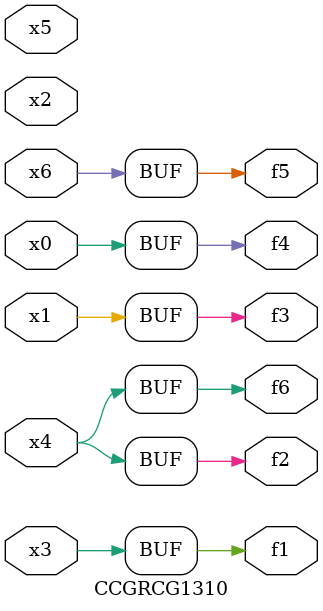
<source format=v>
module CCGRCG1310(
	input x0, x1, x2, x3, x4, x5, x6,
	output f1, f2, f3, f4, f5, f6
);
	assign f1 = x3;
	assign f2 = x4;
	assign f3 = x1;
	assign f4 = x0;
	assign f5 = x6;
	assign f6 = x4;
endmodule

</source>
